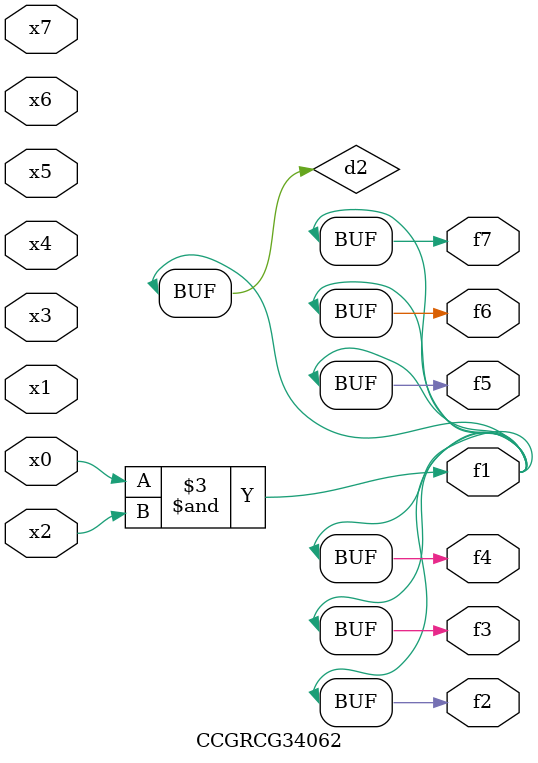
<source format=v>
module CCGRCG34062(
	input x0, x1, x2, x3, x4, x5, x6, x7,
	output f1, f2, f3, f4, f5, f6, f7
);

	wire d1, d2;

	nor (d1, x3, x6);
	and (d2, x0, x2);
	assign f1 = d2;
	assign f2 = d2;
	assign f3 = d2;
	assign f4 = d2;
	assign f5 = d2;
	assign f6 = d2;
	assign f7 = d2;
endmodule

</source>
